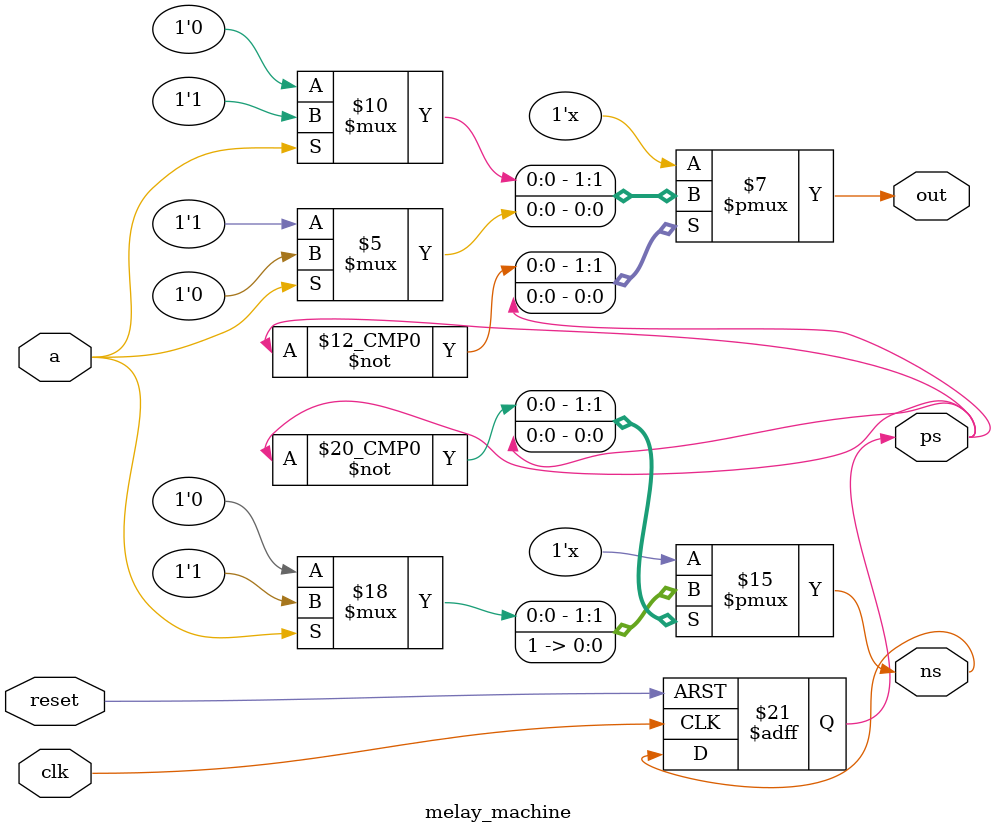
<source format=v>
`timescale 1ns / 1ps

module melay_machine(clk, reset, a, out, ps, ns);
input a;
input clk, reset;

output reg out;
output reg ps, ns;
parameter s0 = 1'b0;
parameter s1 = 1'b1;
always@(posedge clk, negedge reset)
begin
 if(!reset)
 ps <= s0;
 else
 ps <= ns;
end
always@(ps, a)
begin
 case(ps)
 s0: if(a)
 begin
 ns <= s1;
 out <= 1;
 end
 else
 begin
 ns<=s0;
 out<=0;
 end
 s1: if(a)
 begin
 out <= 0;
 ns <= s1;
 end
 else
 begin
 out <= 1;
 ns <= s1;
 end
 endcase
end
endmodule

</source>
